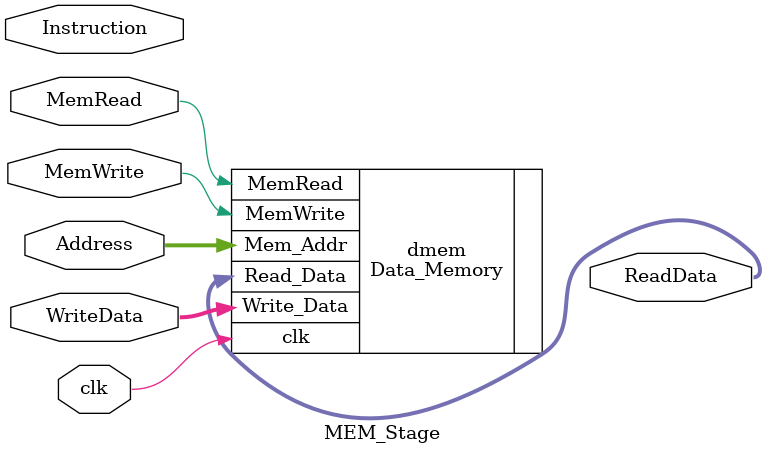
<source format=v>
`timescale 1ns / 1ps


module MEM_Stage(
    input clk,
    input MemRead,
    input MemWrite,
    input [63:0] Address,       // ALU Result (address)
    input [63:0] WriteData,     // Data to write
    // Instruction address
    input [31:0] Instruction, // From EX/MEM register
    
    output [63:0] ReadData      // Data read from memory
);
    Data_Memory dmem(
        .clk(clk),
        .MemRead(MemRead),
        .MemWrite(MemWrite),
        .Mem_Addr(Address),
        .Write_Data(WriteData),
        .Read_Data(ReadData)
    );
endmodule

</source>
